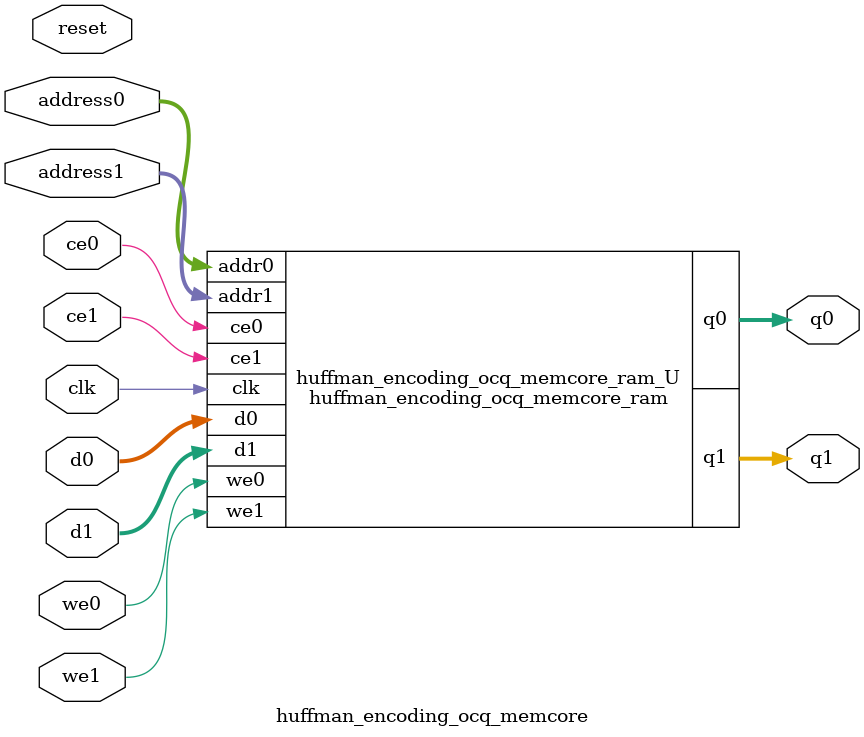
<source format=v>
`timescale 1 ns / 1 ps
module huffman_encoding_ocq_memcore_ram (addr0, ce0, d0, we0, q0, addr1, ce1, d1, we1, q1,  clk);

parameter DWIDTH = 32;
parameter AWIDTH = 9;
parameter MEM_SIZE = 512;

input[AWIDTH-1:0] addr0;
input ce0;
input[DWIDTH-1:0] d0;
input we0;
output reg[DWIDTH-1:0] q0;
input[AWIDTH-1:0] addr1;
input ce1;
input[DWIDTH-1:0] d1;
input we1;
output reg[DWIDTH-1:0] q1;
input clk;

(* ram_style = "block" *)reg [DWIDTH-1:0] ram[0:MEM_SIZE-1];




always @(posedge clk)  
begin 
    if (ce0) begin
        if (we0) 
            ram[addr0] <= d0; 
        q0 <= ram[addr0];
    end
end


always @(posedge clk)  
begin 
    if (ce1) begin
        if (we1) 
            ram[addr1] <= d1; 
        q1 <= ram[addr1];
    end
end


endmodule

`timescale 1 ns / 1 ps
module huffman_encoding_ocq_memcore(
    reset,
    clk,
    address0,
    ce0,
    we0,
    d0,
    q0,
    address1,
    ce1,
    we1,
    d1,
    q1);

parameter DataWidth = 32'd32;
parameter AddressRange = 32'd512;
parameter AddressWidth = 32'd9;
input reset;
input clk;
input[AddressWidth - 1:0] address0;
input ce0;
input we0;
input[DataWidth - 1:0] d0;
output[DataWidth - 1:0] q0;
input[AddressWidth - 1:0] address1;
input ce1;
input we1;
input[DataWidth - 1:0] d1;
output[DataWidth - 1:0] q1;



huffman_encoding_ocq_memcore_ram huffman_encoding_ocq_memcore_ram_U(
    .clk( clk ),
    .addr0( address0 ),
    .ce0( ce0 ),
    .we0( we0 ),
    .d0( d0 ),
    .q0( q0 ),
    .addr1( address1 ),
    .ce1( ce1 ),
    .we1( we1 ),
    .d1( d1 ),
    .q1( q1 ));

endmodule


</source>
